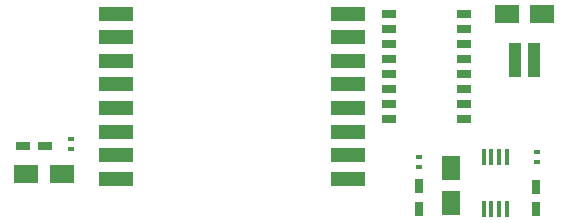
<source format=gtp>
G04 #@! TF.FileFunction,Paste,Top*
%FSLAX46Y46*%
G04 Gerber Fmt 4.6, Leading zero omitted, Abs format (unit mm)*
G04 Created by KiCad (PCBNEW no-vcs-found-undefined) date Fri Oct 21 11:36:43 2016*
%MOMM*%
%LPD*%
G01*
G04 APERTURE LIST*
%ADD10C,0.100000*%
%ADD11R,0.600000X0.400000*%
%ADD12R,1.501140X2.148840*%
%ADD13R,0.750000X1.200000*%
%ADD14R,1.200000X0.750000*%
%ADD15R,1.270000X0.760000*%
%ADD16R,0.450000X1.450000*%
%ADD17R,3.000000X1.200000*%
%ADD18R,1.000000X3.000000*%
%ADD19R,2.148840X1.501140*%
G04 APERTURE END LIST*
D10*
D11*
X104838500Y-91255000D03*
X104838500Y-90355000D03*
D12*
X136969500Y-92796360D03*
X136969500Y-95798640D03*
D13*
X144145000Y-96327000D03*
X144145000Y-94427000D03*
X134302500Y-94366000D03*
X134302500Y-96266000D03*
D14*
X102613500Y-90932000D03*
X100713500Y-90932000D03*
D11*
X134302500Y-92779000D03*
X134302500Y-91879000D03*
X144272000Y-92334500D03*
X144272000Y-91434500D03*
D15*
X138112500Y-79756000D03*
X131762500Y-79756000D03*
X138112500Y-81026000D03*
X131762500Y-81026000D03*
X138112500Y-82296000D03*
X131762500Y-82296000D03*
X138112500Y-83566000D03*
X131762500Y-83566000D03*
X138112500Y-84836000D03*
X131762500Y-84836000D03*
X138112500Y-86106000D03*
X131762500Y-86106000D03*
X138112500Y-87376000D03*
X131762500Y-87376000D03*
X138112500Y-88646000D03*
X131762500Y-88646000D03*
D16*
X139741000Y-96307000D03*
X140391000Y-96307000D03*
X141041000Y-96307000D03*
X141691000Y-96307000D03*
X141691000Y-91907000D03*
X141041000Y-91907000D03*
X140391000Y-91907000D03*
X139741000Y-91907000D03*
D17*
X108582000Y-79756000D03*
X108582000Y-81756000D03*
X108582000Y-83756000D03*
X108582000Y-85756000D03*
X108582000Y-87756000D03*
X108582000Y-89756000D03*
X108582000Y-91756000D03*
X108582000Y-93756000D03*
X128282000Y-93756000D03*
X128282000Y-91756000D03*
X128282000Y-89756000D03*
X128282000Y-87756000D03*
X128282000Y-85756000D03*
X128282000Y-83756000D03*
X128282000Y-81756000D03*
X128282000Y-79756000D03*
D18*
X142392500Y-83693000D03*
X143992500Y-83693000D03*
D19*
X144693640Y-79756000D03*
X141691360Y-79756000D03*
X101010720Y-93345000D03*
X104013000Y-93345000D03*
M02*

</source>
